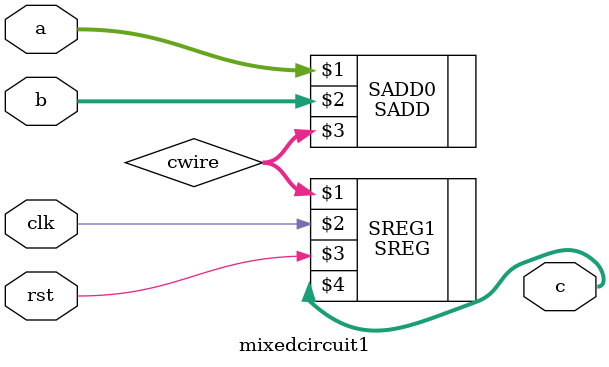
<source format=v>
`timescale 1ns / 1ps 

module mixedcircuit1(clk, rst, a, b, c);

input clk, rst;
input signed [7:0] a;
input [7:0] b;
output signed [7:0] c;
wire signed [7:0] cwire;

SADD #(.DATAWIDTH(8)) SADD0(a, b, cwire);
SREG #(.DATAWIDTH(8)) SREG1(cwire, clk, rst, c);

endmodule

</source>
